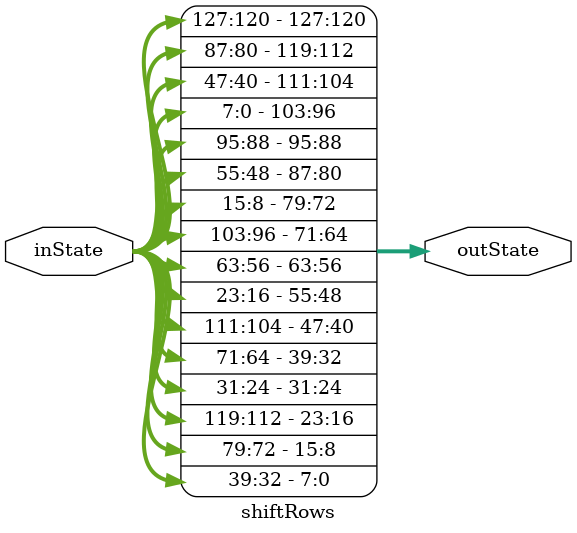
<source format=v>
module shiftRows(outState,inState);
input [127:0]inState;
output [127:0]outState;

assign {outState[127-:8],outState[95-:8]} = {inState[127-:8],inState[95-:8]};
assign {outState[63-:8],outState[31-:8]} = {inState[63-:8],inState[31-:8]};

assign {outState[119-:8],outState[87-:8]} = {inState[87-:8],inState[55-:8]};
assign {outState[55-:8],outState[23-:8]} = {inState[23-:8],inState[119-:8]};

assign {outState[111-:8],outState[79-:8]} = {inState[47-:8],inState[15-:8]};
assign {outState[47-:8],outState[15-:8]} = {inState[111-:8],inState[79-:8]};

assign {outState[103-:8],outState[71-:8]} = {inState[7-:8],inState[103-:8]};
assign {outState[39-:8],outState[7-:8]} = {inState[71-:8],inState[39-:8]};

endmodule
</source>
